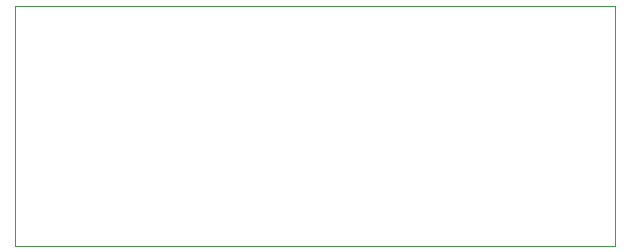
<source format=gbr>
%TF.GenerationSoftware,KiCad,Pcbnew,9.0.6-9.0.6~ubuntu24.04.1*%
%TF.CreationDate,2026-01-17T19:09:58-03:00*%
%TF.ProjectId,cotti_buttons,636f7474-695f-4627-9574-746f6e732e6b,0.0*%
%TF.SameCoordinates,Original*%
%TF.FileFunction,Profile,NP*%
%FSLAX46Y46*%
G04 Gerber Fmt 4.6, Leading zero omitted, Abs format (unit mm)*
G04 Created by KiCad (PCBNEW 9.0.6-9.0.6~ubuntu24.04.1) date 2026-01-17 19:09:58*
%MOMM*%
%LPD*%
G01*
G04 APERTURE LIST*
%TA.AperFunction,Profile*%
%ADD10C,0.050000*%
%TD*%
G04 APERTURE END LIST*
D10*
X127000000Y-101600000D02*
X177800000Y-101600000D01*
X177800000Y-121920000D01*
X127000000Y-121920000D01*
X127000000Y-101600000D01*
M02*

</source>
